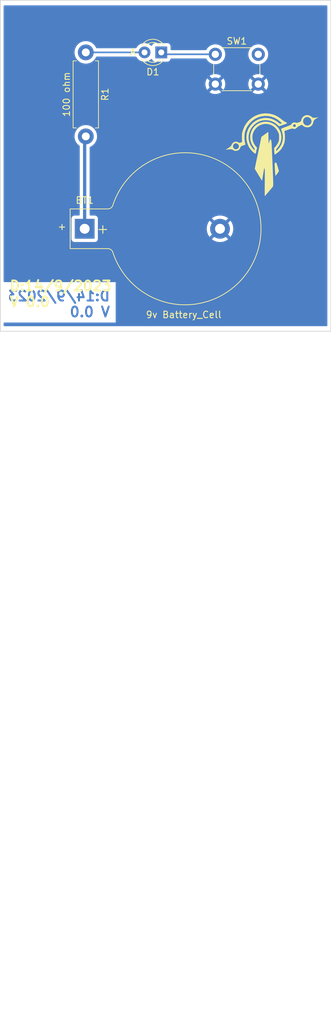
<source format=kicad_pcb>
(kicad_pcb (version 20221018) (generator pcbnew)
  (title_block (title "LED TOURCH") (rev "Mohamed Saber") (company "MSM"))
  (layers (0 "F.Cu" mixed) (31 "B.Cu" mixed) (34 "B.Paste" user) (35 "F.Paste" user) (36 "B.SilkS" user "B.Silkscreen") (37 "F.SilkS" user "F.Silkscreen") (38 "B.Mask" user) (39 "F.Mask" user) (44 "Edge.Cuts" user))
  (net 0 "")
  (net 1 "Net-(D1-A)")
  (net 2 "VCC")
  (net 3 "Net-(D1-K)")
  (net 4 "GND")
  (footprint "LED_THT:LED_D3.0mm" (layer "F.Cu") (at 181.61 34.29 180)
    (fp_text reference "D1" (at 1.27 -2.96) (layer "F.SilkS"))
    (fp_text value "LED")
    (fp_line (start -0.29 -1.236) (end -0.29 -1.08) (stroke (width 0.12)) (layer "F.SilkS"))
    (fp_line (start -0.29 1.08) (end -0.29 1.236) (stroke (width 0.12)) (layer "F.SilkS"))
    (fp_arc (start -0.29 -1.235516) (mid 1.366487 -1.987659) (end 2.942335 -1.078608) (stroke (width 0.12)) (layer "F.SilkS"))
    (fp_arc (start 0.229039 -1.08) (mid 1.270117 -1.5) (end 2.31113 -1.079837) (stroke (width 0.12)) (layer "F.SilkS"))
    (fp_arc (start 2.31113 1.079837) (mid 1.270117 1.5) (end 0.229039 1.08) (stroke (width 0.12)) (layer "F.SilkS"))
    (fp_arc (start 2.942335 1.078608) (mid 1.366487 1.987659) (end -0.29 1.235516) (stroke (width 0.12)) (layer "F.SilkS"))
    (pad "1" thru_hole rect (at 0 0 180) (size 1.8 1.8) (drill 0.9) (layers "*.Cu" "*.Mask") (net 3 "Net-(D1-K)"))
    (pad "2" thru_hole circle (at 2.54 0 180) (size 1.8 1.8) (drill 0.9) (layers "*.Cu" "*.Mask") (net 1 "Net-(D1-A)"))
  )
  (footprint "Battery:BatteryHolder_Keystone_103_1x20mm" (layer "F.Cu") (at 170.01 60.96)
    (fp_text reference "BT1" (at 0 -4.3) (layer "F.SilkS"))
    (fp_text value "9v Battery_Cell" (at 15 13) (layer "F.SilkS"))
    (fp_text user "+" (at 2.75 0) (layer "F.SilkS") (effects (font (size 1.5 1.5))))
    (fp_line (start -2.2 -3) (end 3.5 -3) (stroke (width 0.12)) (layer "F.SilkS"))
    (fp_line (start -2.2 3) (end -2.2 -3) (stroke (width 0.12)) (layer "F.SilkS"))
    (fp_line (start -2.2 3) (end 3.5 3) (stroke (width 0.12)) (layer "F.SilkS"))
    (fp_arc (start 3.5 3) (mid 3.950694 3.136459) (end 4.25 3.5) (stroke (width 0.12)) (layer "F.SilkS"))
    (fp_arc (start 4.25 -3.5) (mid 3.950694 -3.136459) (end 3.5 -3) (stroke (width 0.12)) (layer "F.SilkS"))
    (fp_arc (start 4.25 -3.5) (mid 16.971103 -11.358466) (end 26.695671 0) (stroke (width 0.12)) (layer "F.SilkS"))
    (fp_arc (start 26.695671 0) (mid 16.971103 11.358466) (end 4.25 3.5) (stroke (width 0.12)) (layer "F.SilkS"))
    (pad "1" thru_hole rect (at 0 0) (size 3 3) (drill 1.5) (layers "*.Cu" "*.Mask") (net 2 "VCC"))
    (pad "2" thru_hole circle (at 20.49 0) (size 3 3) (drill 1.5) (layers "*.Cu" "*.Mask") (net 4 "GND"))
  )
  (footprint "Button_Switch_THT:SW_PUSH_6mm_H4.3mm" (layer "F.Cu") (at 189.79 34.58)
    (fp_text reference "SW1" (at 3.25 -2) (layer "F.SilkS"))
    (fp_text value "SW_Push")
    (fp_line (start -0.25 1.5) (end -0.25 3) (stroke (width 0.12)) (layer "F.SilkS"))
    (fp_line (start 1 5.5) (end 5.5 5.5) (stroke (width 0.12)) (layer "F.SilkS"))
    (fp_line (start 5.5 -1) (end 1 -1) (stroke (width 0.12)) (layer "F.SilkS"))
    (fp_line (start 6.75 3) (end 6.75 1.5) (stroke (width 0.12)) (layer "F.SilkS"))
    (pad "1" thru_hole circle (at 0 0 90) (size 2 2) (drill 1.1) (layers "*.Cu" "*.Mask") (net 3 "Net-(D1-K)"))
    (pad "1" thru_hole circle (at 6.5 0 90) (size 2 2) (drill 1.1) (layers "*.Cu" "*.Mask") (net 3 "Net-(D1-K)"))
    (pad "2" thru_hole circle (at 0 4.5 90) (size 2 2) (drill 1.1) (layers "*.Cu" "*.Mask") (net 4 "GND"))
    (pad "2" thru_hole circle (at 6.5 4.5 90) (size 2 2) (drill 1.1) (layers "*.Cu" "*.Mask") (net 4 "GND"))
  )
  (footprint "logo:logo" (layer "F.Cu") (at 198.374 49.784)
    (fp_text reference "G***" hide)
    (fp_text value "LOGO" hide)
    (fp_poly (pts (xy 0.643831 1.171339) (xy 0.674648 1.235306) (xy 0.724873 1.371937) (xy 0.787464 1.558469) (xy 0.855377 1.77214) (xy 0.921566 1.990187) (xy 0.978989 2.189846) (xy 1.0206 2.348356) (xy 1.039356 2.442954) (xy 1.039766 2.450777) (xy 1.012547 2.514242) (xy 0.941961 2.629107) (xy 0.844613 2.772323) (xy 0.737108 2.920844) (xy 0.636052 3.051621) (xy 0.558048 3.141607) (xy 0.522449 3.168811) (xy 0.511915 3.123532) (xy 0.496739 3.004035) (xy 0.479969 2.834826) (xy 0.477778 2.809844) (xy 0.462203 2.609628) (xy 0.444261 2.348067) (xy 0.426435 2.062722) (xy 0.414321 1.849897) (xy 0.401415 1.597401) (xy 0.396418 1.425725) (xy 0.401486 1.316828) (xy 0.418776 1.252672) (xy 0.450446 1.215217) (xy 0.493327 1.189267) (xy 0.590659 1.158695)) (fill solid) (layer "F.SilkS"))
    (fp_poly (pts (xy -0.560554 -3.418999) (xy -0.552658 -3.288823) (xy -0.545009 -3.091093) (xy -0.538229 -2.84154) (xy -0.533404 -2.587037) (xy -0.519883 -1.708187) (xy -0.402641 -2.047812) (xy -0.285399 -2.387437) (xy -0.175031 -2.270619) (xy -0.153529 -2.246151) (xy -0.134666 -2.216672) (xy -0.11794 -2.175076) (xy -0.10285 -2.114259) (xy -0.088895 -2.027117) (xy -0.075575 -1.906546) (xy -0.062387 -1.745441) (xy -0.048831 -1.536697) (xy -0.034407 -1.273211) (xy -0.018613 -0.947878) (xy -0.000948 -0.553592) (xy 0.019089 -0.083251) (xy 0.041998 0.470251) (xy 0.068281 1.114018) (xy 0.074618 1.269743) (xy 0.101609 1.934535) (xy 0.124622 2.507505) (xy 0.143747 2.995775) (xy 0.159073 3.406464) (xy 0.170691 3.746692) (xy 0.178689 4.023581) (xy 0.183158 4.24425) (xy 0.184187 4.415821) (xy 0.181866 4.545412) (xy 0.176285 4.640145) (xy 0.167533 4.707139) (xy 0.155701 4.753517) (xy 0.140878 4.786396) (xy 0.123153 4.812899) (xy 0.119327 4.817983) (xy 0.035691 4.923757) (xy -0.088547 5.075252) (xy -0.241262 5.258267) (xy -0.410326 5.458604) (xy -0.583616 5.662062) (xy -0.749006 5.854442) (xy -0.89437 6.021544) (xy -1.007582 6.149168) (xy -1.076517 6.223116) (xy -1.091409 6.235813) (xy -1.096633 6.188602) (xy -1.100576 6.052522) (xy -1.103206 5.837723) (xy -1.104494 5.554354) (xy -1.104409 5.212563) (xy -1.102922 4.822499) (xy -1.100001 4.394312) (xy -1.097657 4.134308) (xy -1.093009 3.554418) (xy -1.091425 3.07131) (xy -1.092937 2.682788) (xy -1.097579 2.386655) (xy -1.105381 2.180713) (xy -1.116378 2.062767) (xy -1.128727 2.030019) (xy -1.15054 2.034343) (xy -1.169862 2.055356) (xy -1.189374 2.105121) (xy -1.211758 2.195699) (xy -1.239697 2.339154) (xy -1.275872 2.547548) (xy -1.322965 2.832943) (xy -1.365401 3.094506) (xy -1.409303 3.361714) (xy -1.448441 3.592156) (xy -1.479887 3.76919) (xy -1.50071 3.876171) (xy -1.507248 3.90036) (xy -1.536704 3.866885) (xy -1.604867 3.765709) (xy -1.700177 3.614446) (xy -1.767196 3.504294) (xy -1.901954 3.280628) (xy -2.063453 3.013408) (xy -2.226894 2.743633) (xy -2.314473 2.599415) (xy -2.615487 2.104288) (xy -2.109795 -0.313591) (xy -1.604104 -2.731471) (xy -1.096666 -3.098679) (xy -0.903378 -3.237412) (xy -0.740534 -3.352139) (xy -0.624005 -3.431833) (xy -0.569665 -3.46547) (xy -0.568077 -3.465887)) (fill solid) (layer "F.SilkS"))
    (fp_poly (pts (xy -0.458842 -6.245464) (xy -0.298835 -6.217174) (xy 0.13448 -6.109118) (xy 0.52264 -5.964508) (xy 0.891633 -5.77029) (xy 1.267448 -5.513408) (xy 1.548866 -5.289005) (xy 1.719263 -5.156675) (xy 1.879917 -5.04933) (xy 2.003566 -4.984648) (xy 2.032285 -4.975526) (xy 2.144632 -4.928002) (xy 2.225718 -4.85509) (xy 2.257436 -4.780933) (xy 2.221677 -4.729673) (xy 2.217827 -4.728157) (xy 2.147718 -4.702942) (xy 2.005552 -4.652239) (xy 1.812615 -4.583625) (xy 1.609788 -4.511631) (xy 1.065774 -4.318697) (xy 0.790503 -4.573091) (xy 0.401881 -4.866543) (xy -0.034886 -5.07954) (xy -0.504978 -5.208061) (xy -0.993579 -5.248082) (xy -1.485869 -5.195581) (xy -1.495321 -5.193628) (xy -1.927607 -5.055365) (xy -2.339235 -4.831929) (xy -2.712554 -4.537127) (xy -3.029911 -4.184766) (xy -3.262411 -3.811441) (xy -3.451427 -3.332058) (xy -3.542231 -2.848089) (xy -3.534762 -2.36367) (xy -3.428955 -1.88294) (xy -3.296795 -1.551784) (xy -3.198387 -1.369955) (xy -3.076444 -1.181049) (xy -2.946146 -1.00458) (xy -2.822672 -0.86006) (xy -2.721202 -0.767001) (xy -2.667379 -0.74269) (xy -2.623764 -0.778694) (xy -2.634774 -0.873999) (xy -2.69449 -1.009545) (xy -2.796991 -1.166273) (xy -2.800266 -1.17058) (xy -3.056892 -1.579967) (xy -3.223715 -2.007608) (xy -3.304873 -2.443214) (xy -3.304508 -2.876496) (xy -3.226759 -3.297166) (xy -3.075767 -3.694937) (xy -2.855671 -4.059519) (xy -2.570612 -4.380625) (xy -2.224729 -4.647966) (xy -1.822164 -4.851254) (xy -1.367055 -4.980201) (xy -1.260243 -4.997577) (xy -0.797247 -5.015372) (xy -0.348034 -4.941969) (xy 0.075751 -4.785176) (xy 0.462461 -4.552798) (xy 0.800451 -4.252639) (xy 1.078076 -3.892507) (xy 1.283689 -3.480206) (xy 1.359969 -3.241349) (xy 1.432299 -2.773155) (xy 1.409317 -2.30584) (xy 1.294093 -1.85154) (xy 1.0897 -1.42239) (xy 0.800917 -1.032426) (xy 0.678459 -0.88438) (xy 0.621069 -0.779403) (xy 0.617934 -0.696942) (xy 0.620227 -0.689023) (xy 0.64405 -0.633934) (xy 0.68004 -0.627418) (xy 0.74822 -0.676838) (xy 0.853039 -0.774641) (xy 1.167353 -1.14094) (xy 1.405966 -1.55784) (xy 1.565123 -2.009924) (xy 1.641071 -2.481772) (xy 1.630053 -2.957964) (xy 1.528316 -3.423082) (xy 1.510653 -3.4751) (xy 1.448072 -3.657262) (xy 1.399374 -3.807946) (xy 1.373674 -3.898756) (xy 1.372242 -3.906231) (xy 1.40882 -3.950414) (xy 1.53112 -4.015931) (xy 1.742265 -4.104196) (xy 2.045378 -4.216622) (xy 2.104288 -4.237536) (xy 2.368865 -4.334989) (xy 2.596365 -4.426471) (xy 2.652494 -4.451744) (xy 3.168811 -4.451744) (xy 3.207305 -4.322494) (xy 3.302156 -4.237764) (xy 3.422416 -4.210819) (xy 3.537138 -4.254924) (xy 3.564378 -4.282203) (xy 3.601509 -4.391322) (xy 3.579742 -4.517014) (xy 3.51037 -4.611058) (xy 3.484094 -4.625097) (xy 3.389974 -4.622264) (xy 3.278706 -4.574202) (xy 3.192215 -4.503962) (xy 3.168811 -4.451744) (xy 2.652494 -4.451744) (xy 2.770545 -4.504898) (xy 2.875156 -4.563188) (xy 2.896491 -4.582887) (xy 3.055149 -4.786767) (xy 3.234299 -4.895344) (xy 3.440209 -4.911316) (xy 3.580536 -4.877114) (xy 3.692049 -4.846799) (xy 3.795901 -4.845702) (xy 3.927606 -4.87743) (xy 4.071643 -4.926966) (xy 4.23797 -4.990423) (xy 4.334072 -5.04367) (xy 4.363876 -5.082688) (xy 4.703889 -5.082688) (xy 4.746673 -4.845298) (xy 4.862989 -4.652762) (xy 5.034031 -4.515532) (xy 5.240993 -4.444059) (xy 5.465069 -4.448798) (xy 5.683942 -4.53796) (xy 5.860361 -4.702107) (xy 5.95842 -4.907514) (xy 5.975896 -5.132126) (xy 5.91057 -5.353889) (xy 5.783688 -5.528307) (xy 5.583828 -5.669049) (xy 5.368425 -5.724606) (xy 5.156066 -5.702651) (xy 4.965343 -5.610855) (xy 4.814844 -5.45689) (xy 4.723158 -5.248427) (xy 4.703889 -5.082688) (xy 4.363876 -5.082688) (xy 4.383485 -5.10836) (xy 4.409745 -5.206149) (xy 4.416464 -5.244229) (xy 4.511094 -5.518369) (xy 4.685291 -5.749834) (xy 4.922859 -5.921164) (xy 5.112219 -5.994376) (xy 5.381738 -6.01795) (xy 5.660122 -5.954464) (xy 5.923567 -5.810343) (xy 5.990144 -5.757501) (xy 6.108466 -5.661172) (xy 6.201033 -5.611738) (xy 6.306848 -5.598227) (xy 6.464916 -5.60967) (xy 6.502015 -5.613543) (xy 6.693416 -5.635745) (xy 6.867213 -5.659267) (xy 6.95653 -5.673788) (xy 7.02039 -5.6802) (xy 7.003106 -5.657886) (xy 6.900176 -5.602663) (xy 6.857505 -5.581756) (xy 6.588817 -5.432128) (xy 6.408319 -5.283045) (xy 6.305751 -5.124405) (xy 6.275688 -5.009019) (xy 6.192308 -4.703478) (xy 6.03785 -4.457098) (xy 5.822223 -4.279051) (xy 5.555336 -4.17851) (xy 5.357535 -4.159065) (xy 5.043145 -4.199593) (xy 4.78342 -4.319899) (xy 4.655017 -4.430504) (xy 4.544799 -4.547827) (xy 4.265284 -4.442666) (xy 3.962594 -4.279798) (xy 3.784259 -4.124503) (xy 3.592998 -3.9669) (xy 3.405329 -3.905966) (xy 3.214242 -3.939911) (xy 3.16066 -3.965376) (xy 3.099268 -3.982365) (xy 3.006971 -3.975893) (xy 2.867452 -3.942288) (xy 2.664394 -3.87788) (xy 2.466246 -3.809154) (xy 1.872497 -3.599057) (xy 1.904251 -3.445825) (xy 1.920682 -3.330166) (xy 1.938598 -3.146077) (xy 1.955244 -2.92406) (xy 1.962825 -2.797466) (xy 1.953455 -2.266965) (xy 1.861784 -1.783261) (xy 1.683272 -1.331843) (xy 1.413379 -0.898196) (xy 1.33786 -0.799393) (xy 1.220752 -0.669278) (xy 1.065148 -0.520588) (xy 0.89074 -0.36931) (xy 0.717219 -0.231434) (xy 0.564275 -0.122948) (xy 0.4516 -0.059839) (xy 0.415226 -0.05026) (xy 0.384821 -0.098051) (xy 0.358986 -0.237266) (xy 0.338979 -0.460363) (xy 0.334846 -0.531958) (xy 0.309611 -1.014403) (xy 0.533707 -1.26227) (xy 0.677942 -1.445696) (xy 0.821642 -1.666537) (xy 0.911162 -1.831969) (xy 0.982988 -1.991613) (xy 1.028154 -2.126286) (xy 1.052738 -2.268468) (xy 1.062817 -2.450635) (xy 1.064522 -2.651496) (xy 1.062402 -2.884868) (xy 1.051293 -3.052643) (xy 1.024077 -3.188232) (xy 0.973634 -3.325047) (xy 0.892842 -3.496498) (xy 0.878063 -3.526465) (xy 0.641993 -3.902815) (xy 0.348288 -4.208173) (xy 0.009218 -4.440217) (xy -0.362948 -4.596623) (xy -0.755942 -4.675071) (xy -1.157495 -4.673237) (xy -1.555336 -4.5888) (xy -1.937197 -4.419437) (xy -2.29081 -4.162826) (xy -2.32389 -4.132516) (xy -2.615534 -3.7966) (xy -2.821657 -3.422528) (xy -2.941788 -3.022861) (xy -2.975457 -2.61016) (xy -2.922194 -2.196986) (xy -2.781529 -1.795902) (xy -2.552991 -1.419468) (xy -2.43098 -1.272062) (xy -2.260839 -1.0835) (xy -2.347415 -0.702666) (xy -2.401875 -0.461243) (xy -2.440264 -0.302106) (xy -2.470919 -0.211572) (xy -2.502177 -0.175958) (xy -2.542374 -0.181579) (xy -2.599847 -0.214753) (xy -2.632646 -0.234488) (xy -2.778736 -0.34361) (xy -2.956781 -0.511766) (xy -3.144929 -0.714858) (xy -3.321329 -0.928789) (xy -3.464127 -1.129462) (xy -3.503969 -1.195345) (xy -3.714705 -1.663728) (xy -3.840925 -2.166356) (xy -3.880644 -2.683932) (xy -3.831878 -3.197159) (xy -3.745116 -3.540156) (xy -3.538029 -4.027343) (xy -3.25641 -4.458869) (xy -2.910425 -4.829089) (xy -2.510241 -5.132355) (xy -2.066024 -5.363022) (xy -1.587942 -5.515442) (xy -1.086162 -5.58397) (xy -0.570851 -5.562959) (xy -0.22336 -5.496048) (xy 0.236674 -5.335863) (xy 0.670526 -5.103543) (xy 0.991065 -4.864198) (xy 1.119776 -4.756849) (xy 1.206089 -4.706807) (xy 1.279298 -4.703061) (xy 1.353212 -4.728104) (xy 1.493364 -4.786195) (xy 1.269669 -4.999389) (xy 0.839683 -5.345582) (xy 0.374977 -5.605234) (xy -0.114364 -5.780109) (xy -0.618253 -5.871975) (xy -1.126602 -5.882598) (xy -1.629325 -5.813743) (xy -2.116336 -5.667177) (xy -2.577547 -5.444666) (xy -3.002872 -5.147975) (xy -3.382224 -4.778872) (xy -3.705517 -4.339122) (xy -3.836904 -4.105265) (xy -3.938089 -3.884359) (xy -4.032271 -3.640435) (xy -4.088876 -3.4616) (xy -4.142547 -3.173164) (xy -4.169909 -2.830438) (xy -4.17083 -2.471059) (xy -4.145179 -2.132664) (xy -4.094451 -1.858833) (xy -4.054942 -1.702361) (xy -4.031905 -1.589729) (xy -4.029758 -1.54867) (xy -4.080701 -1.526564) (xy -4.200798 -1.482465) (xy -4.365185 -1.425468) (xy -4.383781 -1.41918) (xy -4.562133 -1.355406) (xy -4.670464 -1.30081) (xy -4.733622 -1.236175) (xy -4.776455 -1.142287) (xy -4.788951 -1.105858) (xy -4.912184 -0.862303) (xy -5.093239 -0.699042) (xy -5.333121 -0.615262) (xy -5.408164 -0.606159) (xy -5.584692 -0.601827) (xy -5.714946 -0.631778) (xy -5.849136 -0.708005) (xy -5.857072 -0.713398) (xy -5.993575 -0.791167) (xy -6.136613 -0.830154) (xy -6.329758 -0.841644) (xy -6.352526 -0.841716) (xy -6.549761 -0.833647) (xy -6.733998 -0.812849) (xy -6.829796 -0.79305) (xy -6.963001 -0.761041) (xy -7.006932 -0.76741) (xy -6.961276 -0.81283) (xy -6.825717 -0.897972) (xy -6.764207 -0.933206) (xy -6.479487 -1.114099) (xy -6.270157 -1.290866) (xy -6.253458 -1.312788) (xy -5.910316 -1.312788) (xy -5.869404 -1.111607) (xy -5.867389 -1.106726) (xy -5.7528 -0.940945) (xy -5.593338 -0.851676) (xy -5.411254 -0.842627) (xy -5.228798 -0.917504) (xy -5.145509 -0.986445) (xy -5.026173 -1.15829) (xy -5.005659 -1.335962) (xy -5.083969 -1.518907) (xy -5.143045 -1.593527) (xy -5.30396 -1.71584) (xy -5.475001 -1.754826) (xy -5.638663 -1.722249) (xy -5.77744 -1.629874) (xy -5.873826 -1.489465) (xy -5.910316 -1.312788) (xy -6.253458 -1.312788) (xy -6.144471 -1.455859) (xy -6.114815 -1.534893) (xy -6.037757 -1.691602) (xy -5.893689 -1.840061) (xy -5.713017 -1.954229) (xy -5.569191 -2.002181) (xy -5.421703 -2.012319) (xy -5.275695 -1.975056) (xy -5.154287 -1.918216) (xy -5.012352 -1.849928) (xy -4.91124 -1.825884) (xy -4.805793 -1.841201) (xy -4.712155 -1.870413) (xy -4.576895 -1.926361) (xy -4.525232 -1.980793) (xy -4.528856 -2.01907) (xy -4.54278 -2.106298) (xy -4.552284 -2.266738) (xy -4.557381 -2.474675) (xy -4.558084 -2.704396) (xy -4.554402 -2.930187) (xy -4.546349 -3.126332) (xy -4.533935 -3.267118) (xy -4.528274 -3.299873) (xy -4.498038 -3.415003) (xy -4.446944 -3.589399) (xy -4.385226 -3.788309) (xy -4.375469 -3.818784) (xy -4.15866 -4.337486) (xy -3.862962 -4.808214) (xy -3.498788 -5.224842) (xy -3.07655 -5.581245) (xy -2.60666 -5.871296) (xy -2.099532 -6.08887) (xy -1.565578 -6.227839) (xy -1.015211 -6.28208)) (fill solid) (layer "F.SilkS"))
  )
  (footprint "Resistor_THT:R_Axial_DIN0411_L9.9mm_D3.6mm_P12.70mm_Horizontal" (layer "F.Cu") (at 170.18 34.29 -90)
    (fp_text reference "R1" (at 6.35 -2.92 90) (layer "F.SilkS"))
    (fp_text value "100 ohm" (at 6.35 2.92 90) (layer "F.SilkS"))
    (fp_line (start 1.28 -1.92) (end 11.42 -1.92) (stroke (width 0.12)) (layer "F.SilkS"))
    (fp_line (start 1.28 -1.44) (end 1.28 -1.92) (stroke (width 0.12)) (layer "F.SilkS"))
    (fp_line (start 1.28 1.44) (end 1.28 1.92) (stroke (width 0.12)) (layer "F.SilkS"))
    (fp_line (start 1.28 1.92) (end 11.42 1.92) (stroke (width 0.12)) (layer "F.SilkS"))
    (fp_line (start 11.42 -1.92) (end 11.42 -1.44) (stroke (width 0.12)) (layer "F.SilkS"))
    (fp_line (start 11.42 1.92) (end 11.42 1.44) (stroke (width 0.12)) (layer "F.SilkS"))
    (pad "1" thru_hole circle (at 0 0 270) (size 2.4 2.4) (drill 1.2) (layers "*.Cu" "*.Mask") (net 1 "Net-(D1-A)"))
    (pad "2" thru_hole oval (at 12.7 0 270) (size 2.4 2.4) (drill 1.2) (layers "*.Cu" "*.Mask") (net 2 "VCC"))
  )
  (gr_rect (start 157.241 26.416) (end 207.279 76.454) (stroke (width 0.1)) (fill none) (layer "Edge.Cuts"))
  (gr_text "D:14/9/2023\nV 0.0\n" (at 173.99 74.422) (layer "B.Cu") (effects (font (size 1.5 1.5) (thickness 0.3) bold) (justify left bottom mirror)))
  (gr_text "A\n" (at 176.784 34.798) (layer "F.SilkS") (effects (font (size 1 1)) (justify left bottom)))
  (gr_text "+" (at 165.862 61.214) (layer "F.SilkS") (effects (font (size 1 1)) (justify left bottom)))
  (gr_text "D:14/9/2023\nV 0.0\n" (at 158.496 72.898) (layer "F.SilkS") (effects (font (size 1.5 1.5) (thickness 0.3) bold) (justify left bottom)))
  (segment (start 179.07 34.29) (end 170.18 34.29) (width 0.25) (layer "B.Cu") (net 1))
  (segment (start 170.01 60.96) (end 170.01 47.16) (width 0.5) (layer "B.Cu") (net 2))
  (segment (start 170.01 47.16) (end 170.18 46.99) (width 0.5) (layer "B.Cu") (net 2))
  (segment (start 189.79 34.58) (end 181.9 34.58) (width 0.25) (layer "B.Cu") (net 3))
  (segment (start 181.9 34.58) (end 181.61 34.29) (width 0.25) (layer "B.Cu") (net 3))
  (segment (start 190.5 39.79) (end 189.79 39.08) (width 0.5) (layer "B.Cu") (net 4))
  (zone (net 4) (net_name "GND") (layer "B.Cu") (connect_pads (clearance 0.5)) (min_thickness 0.25) (fill yes (thermal_gap 0.5) (thermal_bridge_width 0.5))
    (polygon (pts (xy 157.734 27.178) (xy 206.756 27.178) (xy 206.756 75.692) (xy 157.734 75.692)))
  )
)
</source>
